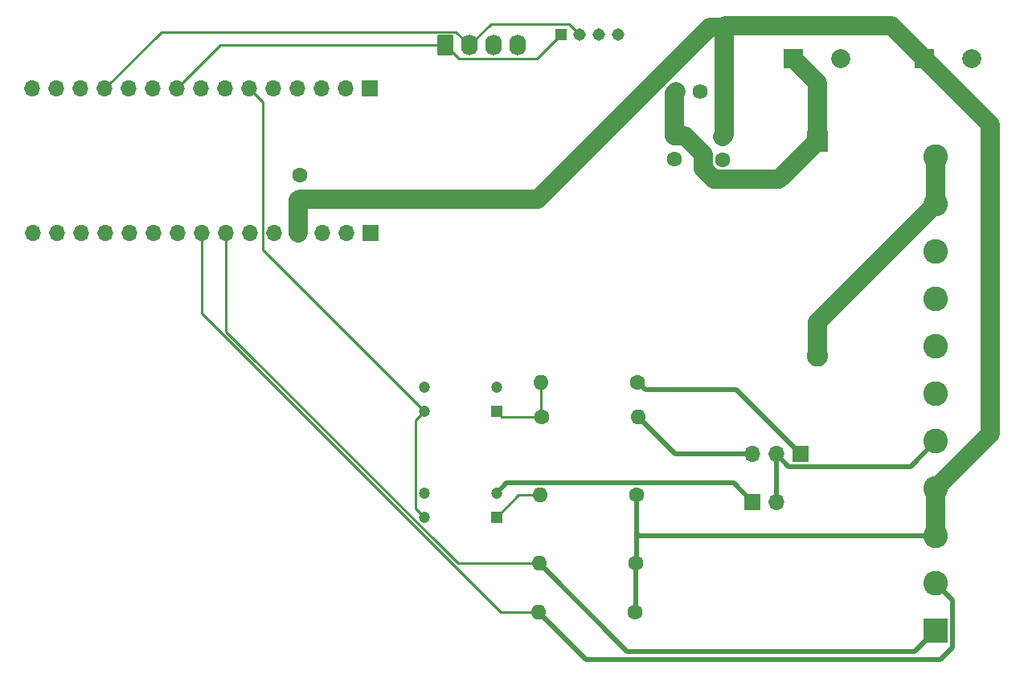
<source format=gbr>
%TF.GenerationSoftware,KiCad,Pcbnew,7.0.9*%
%TF.CreationDate,2024-05-18T15:30:10-06:00*%
%TF.ProjectId,RC12-2,52433132-2d32-42e6-9b69-6361645f7063,rev?*%
%TF.SameCoordinates,Original*%
%TF.FileFunction,Copper,L1,Top*%
%TF.FilePolarity,Positive*%
%FSLAX46Y46*%
G04 Gerber Fmt 4.6, Leading zero omitted, Abs format (unit mm)*
G04 Created by KiCad (PCBNEW 7.0.9) date 2024-05-18 15:30:10*
%MOMM*%
%LPD*%
G01*
G04 APERTURE LIST*
G04 Aperture macros list*
%AMRoundRect*
0 Rectangle with rounded corners*
0 $1 Rounding radius*
0 $2 $3 $4 $5 $6 $7 $8 $9 X,Y pos of 4 corners*
0 Add a 4 corners polygon primitive as box body*
4,1,4,$2,$3,$4,$5,$6,$7,$8,$9,$2,$3,0*
0 Add four circle primitives for the rounded corners*
1,1,$1+$1,$2,$3*
1,1,$1+$1,$4,$5*
1,1,$1+$1,$6,$7*
1,1,$1+$1,$8,$9*
0 Add four rect primitives between the rounded corners*
20,1,$1+$1,$2,$3,$4,$5,0*
20,1,$1+$1,$4,$5,$6,$7,0*
20,1,$1+$1,$6,$7,$8,$9,0*
20,1,$1+$1,$8,$9,$2,$3,0*%
G04 Aperture macros list end*
%TA.AperFunction,ComponentPad*%
%ADD10R,1.700000X1.700000*%
%TD*%
%TA.AperFunction,ComponentPad*%
%ADD11O,1.700000X1.700000*%
%TD*%
%TA.AperFunction,ComponentPad*%
%ADD12C,1.600000*%
%TD*%
%TA.AperFunction,ComponentPad*%
%ADD13O,1.600000X1.600000*%
%TD*%
%TA.AperFunction,ComponentPad*%
%ADD14R,2.600000X2.600000*%
%TD*%
%TA.AperFunction,ComponentPad*%
%ADD15C,2.600000*%
%TD*%
%TA.AperFunction,ComponentPad*%
%ADD16R,2.000000X2.000000*%
%TD*%
%TA.AperFunction,ComponentPad*%
%ADD17C,2.000000*%
%TD*%
%TA.AperFunction,ComponentPad*%
%ADD18R,1.200000X1.200000*%
%TD*%
%TA.AperFunction,ComponentPad*%
%ADD19C,1.200000*%
%TD*%
%TA.AperFunction,ComponentPad*%
%ADD20R,2.250000X2.250000*%
%TD*%
%TA.AperFunction,ComponentPad*%
%ADD21C,2.250000*%
%TD*%
%TA.AperFunction,ComponentPad*%
%ADD22R,1.308000X1.308000*%
%TD*%
%TA.AperFunction,ComponentPad*%
%ADD23C,1.308000*%
%TD*%
%TA.AperFunction,ComponentPad*%
%ADD24C,1.590000*%
%TD*%
%TA.AperFunction,ComponentPad*%
%ADD25RoundRect,0.250000X-0.620000X-0.845000X0.620000X-0.845000X0.620000X0.845000X-0.620000X0.845000X0*%
%TD*%
%TA.AperFunction,ComponentPad*%
%ADD26O,1.740000X2.190000*%
%TD*%
%TA.AperFunction,Conductor*%
%ADD27C,0.254000*%
%TD*%
%TA.AperFunction,Conductor*%
%ADD28C,2.032000*%
%TD*%
%TA.AperFunction,Conductor*%
%ADD29C,0.508000*%
%TD*%
G04 APERTURE END LIST*
D10*
%TO.P,J2,1,Pin_1*%
%TO.N,unconnected-(J2-Pin_1-Pad1)*%
X64280000Y-48700000D03*
D11*
%TO.P,J2,2,Pin_2*%
%TO.N,GND*%
X61740000Y-48700000D03*
%TO.P,J2,3,Pin_3*%
%TO.N,unconnected-(J2-Pin_3-Pad3)*%
X59200000Y-48700000D03*
%TO.P,J2,4,Pin_4*%
%TO.N,+5V*%
X56660000Y-48700000D03*
%TO.P,J2,5,Pin_5*%
%TO.N,unconnected-(J2-Pin_5-Pad5)*%
X54120000Y-48700000D03*
%TO.P,J2,6,Pin_6*%
%TO.N,unconnected-(J2-Pin_6-Pad6)*%
X51580000Y-48700000D03*
%TO.P,J2,7,Pin_7*%
%TO.N,Net-(J2-Pin_7)*%
X49040000Y-48700000D03*
%TO.P,J2,8,Pin_8*%
%TO.N,Net-(J2-Pin_8)*%
X46500000Y-48700000D03*
%TO.P,J2,9,Pin_9*%
%TO.N,unconnected-(J2-Pin_9-Pad9)*%
X43960000Y-48700000D03*
%TO.P,J2,10,Pin_10*%
%TO.N,unconnected-(J2-Pin_10-Pad10)*%
X41420000Y-48700000D03*
%TO.P,J2,11,Pin_11*%
%TO.N,unconnected-(J2-Pin_11-Pad11)*%
X38880000Y-48700000D03*
%TO.P,J2,12,Pin_12*%
%TO.N,unconnected-(J2-Pin_12-Pad12)*%
X36340000Y-48700000D03*
%TO.P,J2,13,Pin_13*%
%TO.N,unconnected-(J2-Pin_13-Pad13)*%
X33800000Y-48700000D03*
%TO.P,J2,14,Pin_14*%
%TO.N,unconnected-(J2-Pin_14-Pad14)*%
X31260000Y-48700000D03*
%TO.P,J2,15,Pin_15*%
%TO.N,unconnected-(J2-Pin_15-Pad15)*%
X28720000Y-48700000D03*
%TD*%
D12*
%TO.P,C3,1*%
%TO.N,Net-(D2-K)*%
X96275000Y-38475000D03*
%TO.P,C3,2*%
%TO.N,GND*%
X96275000Y-40975000D03*
%TD*%
%TO.P,R4,1*%
%TO.N,+5V*%
X92180000Y-83550000D03*
D13*
%TO.P,R4,2*%
%TO.N,Net-(J2-Pin_7)*%
X82020000Y-83550000D03*
%TD*%
D12*
%TO.P,R3,1*%
%TO.N,+5V*%
X92155000Y-88675000D03*
D13*
%TO.P,R3,2*%
%TO.N,Net-(J2-Pin_8)*%
X81995000Y-88675000D03*
%TD*%
D10*
%TO.P,J1,1,Pin_1*%
%TO.N,unconnected-(J1-Pin_1-Pad1)*%
X64230000Y-33490000D03*
D11*
%TO.P,J1,2,Pin_2*%
%TO.N,unconnected-(J1-Pin_2-Pad2)*%
X61690000Y-33490000D03*
%TO.P,J1,3,Pin_3*%
%TO.N,unconnected-(J1-Pin_3-Pad3)*%
X59150000Y-33490000D03*
%TO.P,J1,4,Pin_4*%
%TO.N,GND*%
X56610000Y-33490000D03*
%TO.P,J1,5,Pin_5*%
%TO.N,unconnected-(J1-Pin_5-Pad5)*%
X54070000Y-33490000D03*
%TO.P,J1,6,Pin_6*%
%TO.N,Flow Pin*%
X51530000Y-33490000D03*
%TO.P,J1,7,Pin_7*%
%TO.N,unconnected-(J1-Pin_7-Pad7)*%
X48990000Y-33490000D03*
%TO.P,J1,8,Pin_8*%
%TO.N,unconnected-(J1-Pin_8-Pad8)*%
X46450000Y-33490000D03*
%TO.P,J1,9,Pin_9*%
%TO.N,Dir*%
X43910000Y-33490000D03*
%TO.P,J1,10,Pin_10*%
%TO.N,unconnected-(J1-Pin_10-Pad10)*%
X41370000Y-33490000D03*
%TO.P,J1,11,Pin_11*%
%TO.N,unconnected-(J1-Pin_11-Pad11)*%
X38830000Y-33490000D03*
%TO.P,J1,12,Pin_12*%
%TO.N,PWM*%
X36290000Y-33490000D03*
%TO.P,J1,13,Pin_13*%
%TO.N,unconnected-(J1-Pin_13-Pad13)*%
X33750000Y-33490000D03*
%TO.P,J1,14,Pin_14*%
%TO.N,unconnected-(J1-Pin_14-Pad14)*%
X31210000Y-33490000D03*
%TO.P,J1,15,Pin_15*%
%TO.N,unconnected-(J1-Pin_15-Pad15)*%
X28670000Y-33490000D03*
%TD*%
D14*
%TO.P,J5,1,Pin_1*%
%TO.N,Net-(J2-Pin_7)*%
X123825000Y-90650000D03*
D15*
%TO.P,J5,2,Pin_2*%
%TO.N,Net-(J2-Pin_8)*%
X123825000Y-85650000D03*
%TO.P,J5,3,Pin_3*%
%TO.N,+5V*%
X123825000Y-80650000D03*
%TO.P,J5,4,Pin_4*%
X123825000Y-75650000D03*
%TO.P,J5,5,Pin_5*%
%TO.N,Flow Sensor*%
X123825000Y-70650000D03*
%TO.P,J5,6,Pin_6*%
%TO.N,GND*%
X123825000Y-65650000D03*
%TO.P,J5,7,Pin_7*%
X123825000Y-60650000D03*
%TO.P,J5,8,Pin_8*%
X123825000Y-55650000D03*
%TO.P,J5,9,Pin_9*%
X123825000Y-50650000D03*
%TO.P,J5,10,Pin_10*%
%TO.N,+12V*%
X123825000Y-45650000D03*
%TO.P,J5,11,Pin_11*%
X123825000Y-40650000D03*
%TD*%
D16*
%TO.P,C4,1*%
%TO.N,Net-(D2-K)*%
X108800000Y-30370000D03*
D17*
%TO.P,C4,2*%
%TO.N,GND*%
X113800000Y-30370000D03*
%TD*%
D18*
%TO.P,U2,1*%
%TO.N,Net-(R5-Pad2)*%
X77535000Y-67515000D03*
D19*
%TO.P,U2,2*%
%TO.N,GND*%
X77535000Y-64975000D03*
%TO.P,U2,3*%
X69915000Y-64975000D03*
%TO.P,U2,4*%
%TO.N,Flow Pin*%
X69915000Y-67515000D03*
%TD*%
D12*
%TO.P,R6,1*%
%TO.N,Net-(R5-Pad2)*%
X82325000Y-68100000D03*
D13*
%TO.P,R6,2*%
%TO.N,Net-(J11-Pin_3)*%
X92485000Y-68100000D03*
%TD*%
D20*
%TO.P,D2,1,K*%
%TO.N,Net-(D2-K)*%
X111325000Y-39075000D03*
D21*
%TO.P,D2,2,A*%
%TO.N,+12V*%
X111325000Y-61675000D03*
%TD*%
D16*
%TO.P,C1,1*%
%TO.N,+5V*%
X122650000Y-30370000D03*
D17*
%TO.P,C1,2*%
%TO.N,GND*%
X127650000Y-30370000D03*
%TD*%
D10*
%TO.P,J12,1,Pin_1*%
%TO.N,Net-(J12-Pin_1)*%
X104485000Y-77050000D03*
D11*
%TO.P,J12,2,Pin_2*%
%TO.N,Flow Sensor*%
X107025000Y-77050000D03*
%TD*%
D12*
%TO.P,C2,1*%
%TO.N,+5V*%
X101350000Y-38550000D03*
%TO.P,C2,2*%
%TO.N,GND*%
X101350000Y-41050000D03*
%TD*%
%TO.P,C5,1*%
%TO.N,GND*%
X56800000Y-42650000D03*
%TO.P,C5,2*%
%TO.N,+5V*%
X56800000Y-45150000D03*
%TD*%
D22*
%TO.P,J6,1,Yellow*%
%TO.N,Dir*%
X84325000Y-27825000D03*
D23*
%TO.P,J6,2,White*%
%TO.N,PWM*%
X86325000Y-27825000D03*
%TO.P,J6,3,Red*%
%TO.N,unconnected-(J6-Red-Pad3)*%
X88325000Y-27825000D03*
%TO.P,J6,4,Black*%
%TO.N,GND*%
X90325000Y-27825000D03*
%TD*%
D12*
%TO.P,R7,1*%
%TO.N,+5V*%
X92285000Y-76350000D03*
D13*
%TO.P,R7,2*%
%TO.N,Net-(R7-Pad2)*%
X82125000Y-76350000D03*
%TD*%
D10*
%TO.P,J11,1,Pin_1*%
%TO.N,Net-(J11-Pin_1)*%
X109550000Y-72025000D03*
D11*
%TO.P,J11,2,Pin_2*%
%TO.N,Flow Sensor*%
X107010000Y-72025000D03*
%TO.P,J11,3,Pin_3*%
%TO.N,Net-(J11-Pin_3)*%
X104470000Y-72025000D03*
%TD*%
D24*
%TO.P,RG1,1,Vin*%
%TO.N,Net-(D2-K)*%
X96431800Y-33845000D03*
%TO.P,RG1,2,GND*%
%TO.N,GND*%
X98971800Y-33845000D03*
%TO.P,RG1,3,Vout*%
%TO.N,+5V*%
X101511800Y-33845000D03*
%TD*%
D18*
%TO.P,U3,1*%
%TO.N,Net-(R7-Pad2)*%
X77535000Y-78670000D03*
D19*
%TO.P,U3,2*%
%TO.N,Net-(J12-Pin_1)*%
X77535000Y-76130000D03*
%TO.P,U3,3*%
%TO.N,GND*%
X69915000Y-76130000D03*
%TO.P,U3,4*%
%TO.N,Flow Pin*%
X69915000Y-78670000D03*
%TD*%
D25*
%TO.P,J8,1,Pin_1*%
%TO.N,Dir*%
X72165000Y-28945000D03*
D26*
%TO.P,J8,2,Pin_2*%
%TO.N,PWM*%
X74705000Y-28945000D03*
%TO.P,J8,3,Pin_3*%
%TO.N,unconnected-(J8-Pin_3-Pad3)*%
X77245000Y-28945000D03*
%TO.P,J8,4,Pin_4*%
%TO.N,GND*%
X79785000Y-28945000D03*
%TD*%
D12*
%TO.P,R5,1*%
%TO.N,Net-(J11-Pin_1)*%
X92420000Y-64450000D03*
D13*
%TO.P,R5,2*%
%TO.N,Net-(R5-Pad2)*%
X82260000Y-64450000D03*
%TD*%
D27*
%TO.N,Dir*%
X48455000Y-28945000D02*
X43910000Y-33490000D01*
X72165000Y-28945000D02*
X48455000Y-28945000D01*
X72165000Y-28945000D02*
X73587000Y-30367000D01*
X73587000Y-30367000D02*
X81783000Y-30367000D01*
X81783000Y-30367000D02*
X84325000Y-27825000D01*
%TO.N,PWM*%
X86325000Y-27825000D02*
X85200000Y-26700000D01*
X76950000Y-26700000D02*
X74705000Y-28945000D01*
X74705000Y-28945000D02*
X73283000Y-27523000D01*
X42257000Y-27523000D02*
X36290000Y-33490000D01*
X85200000Y-26700000D02*
X76950000Y-26700000D01*
X73283000Y-27523000D02*
X42257000Y-27523000D01*
D28*
%TO.N,+5V*%
X129550000Y-69925000D02*
X129550000Y-37270000D01*
X101511800Y-33845000D02*
X101511800Y-27038200D01*
X119180000Y-26900000D02*
X101650000Y-26900000D01*
X56660000Y-45290000D02*
X56800000Y-45150000D01*
X122650000Y-30370000D02*
X119180000Y-26900000D01*
X100011800Y-27038200D02*
X81900000Y-45150000D01*
X101511800Y-27038200D02*
X100011800Y-27038200D01*
X123825000Y-75650000D02*
X129550000Y-69925000D01*
D29*
X92285000Y-83445000D02*
X92180000Y-83550000D01*
X92285000Y-76350000D02*
X92285000Y-80350000D01*
D28*
X123825000Y-75650000D02*
X123825000Y-80650000D01*
X129550000Y-37270000D02*
X122650000Y-30370000D01*
D29*
X92285000Y-80350000D02*
X92285000Y-83445000D01*
D28*
X101511800Y-27038200D02*
X101650000Y-26900000D01*
X101511800Y-33845000D02*
X101511800Y-38388200D01*
X101511800Y-38388200D02*
X101350000Y-38550000D01*
X56660000Y-48700000D02*
X56660000Y-45290000D01*
D29*
X92585000Y-80650000D02*
X92285000Y-80350000D01*
D28*
X81900000Y-45150000D02*
X56800000Y-45150000D01*
D29*
X92180000Y-83550000D02*
X92180000Y-88650000D01*
X123825000Y-80650000D02*
X92585000Y-80650000D01*
X92180000Y-88650000D02*
X92155000Y-88675000D01*
D28*
%TO.N,+12V*%
X123825000Y-45650000D02*
X111325000Y-58150000D01*
X111325000Y-58150000D02*
X111325000Y-61675000D01*
X123825000Y-40650000D02*
X123825000Y-45650000D01*
D27*
%TO.N,Flow Pin*%
X52943000Y-50543000D02*
X52943000Y-34903000D01*
X69915000Y-78670000D02*
X68988000Y-77743000D01*
X68988000Y-68442000D02*
X69915000Y-67515000D01*
X68988000Y-77743000D02*
X68988000Y-68442000D01*
X69915000Y-67515000D02*
X52943000Y-50543000D01*
X52943000Y-34903000D02*
X51530000Y-33490000D01*
D29*
%TO.N,Net-(J2-Pin_7)*%
X121632500Y-92842500D02*
X91312500Y-92842500D01*
X123825000Y-90650000D02*
X121632500Y-92842500D01*
X91312500Y-92842500D02*
X82020000Y-83550000D01*
D27*
X73484024Y-83550000D02*
X82020000Y-83550000D01*
X49040000Y-48700000D02*
X49040000Y-59105976D01*
X49040000Y-59105976D02*
X73484024Y-83550000D01*
D29*
%TO.N,Net-(J2-Pin_8)*%
X125579000Y-92396000D02*
X124300000Y-93675000D01*
X124300000Y-93675000D02*
X86995000Y-93675000D01*
X125579000Y-87404000D02*
X125579000Y-92396000D01*
D27*
X46500000Y-48700000D02*
X46500000Y-57208028D01*
X46500000Y-57208028D02*
X77966972Y-88675000D01*
D29*
X123825000Y-85650000D02*
X125579000Y-87404000D01*
D27*
X77966972Y-88675000D02*
X81995000Y-88675000D01*
D29*
X86995000Y-93675000D02*
X81995000Y-88675000D01*
%TO.N,Flow Sensor*%
X107010000Y-72025000D02*
X108314000Y-73329000D01*
X107010000Y-77035000D02*
X107025000Y-77050000D01*
X121146000Y-73329000D02*
X123825000Y-70650000D01*
X107010000Y-72025000D02*
X107010000Y-77035000D01*
X108314000Y-73329000D02*
X121146000Y-73329000D01*
%TO.N,Net-(J11-Pin_1)*%
X102774999Y-65249999D02*
X93219999Y-65249999D01*
X93219999Y-65249999D02*
X92420000Y-64450000D01*
X109550000Y-72025000D02*
X102774999Y-65249999D01*
%TO.N,Net-(J11-Pin_3)*%
X96410000Y-72025000D02*
X92485000Y-68100000D01*
X104470000Y-72025000D02*
X96410000Y-72025000D01*
D27*
%TO.N,Net-(R5-Pad2)*%
X82260000Y-64450000D02*
X82260000Y-68035000D01*
X82325000Y-68100000D02*
X78120000Y-68100000D01*
X78120000Y-68100000D02*
X77535000Y-67515000D01*
X82260000Y-68035000D02*
X82325000Y-68100000D01*
%TO.N,Net-(R7-Pad2)*%
X82125000Y-76350000D02*
X79855000Y-76350000D01*
X79855000Y-76350000D02*
X77535000Y-78670000D01*
D29*
%TO.N,Net-(J12-Pin_1)*%
X104485000Y-77050000D02*
X102531000Y-75096000D01*
X102531000Y-75096000D02*
X78569000Y-75096000D01*
X78569000Y-75096000D02*
X77535000Y-76130000D01*
D28*
%TO.N,Net-(D2-K)*%
X96275000Y-38475000D02*
X97406370Y-38475000D01*
X100416000Y-43066000D02*
X107334000Y-43066000D01*
X97406370Y-38475000D02*
X99334000Y-40402630D01*
X111325000Y-39075000D02*
X111325000Y-32895000D01*
X111325000Y-32895000D02*
X108800000Y-30370000D01*
X107334000Y-43066000D02*
X111325000Y-39075000D01*
X99334000Y-40402630D02*
X99334000Y-41984000D01*
X99334000Y-41984000D02*
X100416000Y-43066000D01*
X96275000Y-38475000D02*
X96275000Y-34001800D01*
X96275000Y-34001800D02*
X96431800Y-33845000D01*
%TD*%
M02*

</source>
